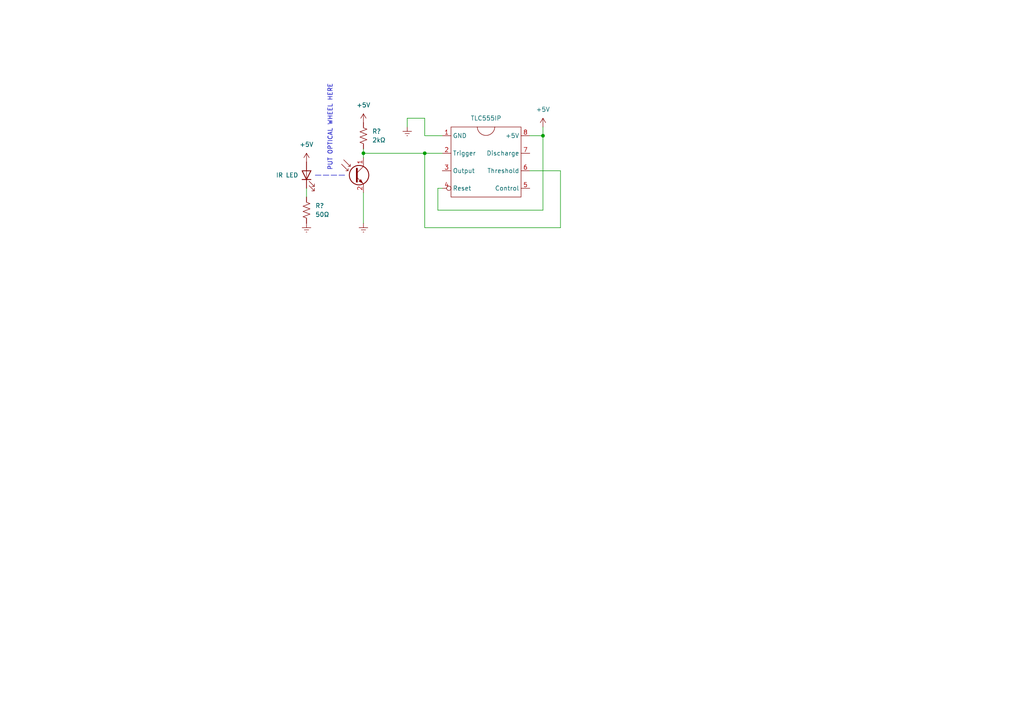
<source format=kicad_sch>
(kicad_sch (version 20211123) (generator eeschema)
  (paper "A4")
  (lib_symbols
    (symbol "Device:LED" (pin_numbers hide) (pin_names (offset 1.016) hide)
      (property "Reference" "D" (at 0 2.54 0))
      (property "Value" "LED" (at 0 -2.54 0))
      (symbol "LED_0_1"
        (polyline (pts (xy -1.27 -1.27) (xy -1.27 1.27)) (stroke (width 0.254)))
        (polyline (pts (xy -1.27 0) (xy 1.27 0)))
        (polyline (pts (xy 1.27 -1.27) (xy 1.27 1.27) (xy -1.27 0) (xy 1.27 -1.27)) (stroke (width 0.254)))
        (polyline (pts (xy -3.048 -0.762) (xy -4.572 -2.286) (xy -3.81 -2.286) (xy -4.572 -2.286) (xy -4.572 -1.524)))
        (polyline (pts (xy -1.778 -0.762) (xy -3.302 -2.286) (xy -2.54 -2.286) (xy -3.302 -2.286) (xy -3.302 -1.524)))
      )
      (symbol "LED_1_1"
        (pin passive line (at -3.81 0 0) (length 2.54) (name "K") (number "1"))
        (pin passive line (at 3.81 0 180) (length 2.54) (name "A") (number "2"))
      )
    )
    (symbol "Device:Q_Photo_NPN" (pin_names (offset 0) hide)
      (property "Reference" "Q" (at 5.08 1.27 0))
      (property "Value" "Q_Photo_NPN" (at 5.08 -1.27 0))
      (symbol "Q_Photo_NPN_0_1"
        (polyline (pts (xy -1.905 1.27) (xy -2.54 1.27)))
        (polyline (pts (xy -1.27 2.54) (xy -1.905 2.54)))
        (polyline (pts (xy 0.635 0.635) (xy 2.54 2.54)))
        (polyline (pts (xy -3.81 3.175) (xy -1.905 1.27) (xy -1.905 1.905)))
        (polyline (pts (xy -3.175 4.445) (xy -1.27 2.54) (xy -1.27 3.175)))
        (polyline (pts (xy 0.635 -0.635) (xy 2.54 -2.54) (xy 2.54 -2.54)))
        (polyline (pts (xy 0.635 1.905) (xy 0.635 -1.905) (xy 0.635 -1.905)) (stroke (width 0.508)))
        (polyline (pts (xy 1.27 -1.778) (xy 1.778 -1.27) (xy 2.286 -2.286) (xy 1.27 -1.778) (xy 1.27 -1.778)) (fill (type outline)))
        (circle (center 1.27 0) (radius 2.8194) (stroke (width 0.254)))
      )
      (symbol "Q_Photo_NPN_1_1"
        (pin passive line (at 2.54 5.08 270) (length 2.54) (name "C") (number "1"))
        (pin passive line (at 2.54 -5.08 90) (length 2.54) (name "E") (number "2"))
      )
    )
    (symbol "Device:R_US" (pin_numbers hide) (pin_names (offset 0))
      (property "Reference" "R" (at 2.54 0 90))
      (property "Value" "R_US" (at -2.54 0 90))
      (symbol "R_US_0_1"
        (polyline (pts (xy 0 -2.286) (xy 0 -2.54)))
        (polyline (pts (xy 0 2.286) (xy 0 2.54)))
        (polyline (pts (xy 0 -0.762) (xy 1.016 -1.143) (xy 0 -1.524) (xy -1.016 -1.905) (xy 0 -2.286)))
        (polyline (pts (xy 0 0.762) (xy 1.016 0.381) (xy 0 0) (xy -1.016 -0.381) (xy 0 -0.762)))
        (polyline (pts (xy 0 2.286) (xy 1.016 1.905) (xy 0 1.524) (xy -1.016 1.143) (xy 0 0.762)))
      )
      (symbol "R_US_1_1"
        (pin passive line (at 0 3.81 270) (length 1.27) (name "~") (number "1"))
        (pin passive line (at 0 -3.81 90) (length 1.27) (name "~") (number "2"))
      )
    )
    (symbol "EGR_270:TLC555IP"
      (property "Reference" "U" (at 0 -8.89 0))
      (property "Value" "TLC555IP" (at 0 0 90))
      (symbol "TLC555IP_0_1"
        (rectangle (start -10.16 10.16) (end 10.16 -10.16))
        (arc (start -2.54 10.16) (mid 0 7.7112) (end 2.54 10.16))
      )
      (symbol "TLC555IP_1_1"
        (pin power_out line (at -12.7 7.62 0) (length 2.54) (name "GND") (number "1"))
        (pin input line (at -12.7 2.54 0) (length 2.54) (name "Trigger") (number "2"))
        (pin output line (at -12.7 -2.54 0) (length 2.54) (name "Output") (number "3"))
        (pin input inverted (at -12.7 -7.62 0) (length 2.54) (name "Reset") (number "4"))
        (pin input line (at 12.7 -7.62 180) (length 2.54) (name "Control") (number "5"))
        (pin input line (at 12.7 -2.54 180) (length 2.54) (name "Threshold") (number "6"))
        (pin input line (at 12.7 2.54 180) (length 2.54) (name "Discharge") (number "7"))
        (pin power_in line (at 12.7 7.62 180) (length 2.54) (name "+5V") (number "8"))
      )
    )
    (symbol "power:+5V" (power) (pin_names (offset 0))
      (property "Value" "+5V" (at 0 3.556 0))
      (symbol "+5V_0_1"
        (polyline (pts (xy -0.762 1.27) (xy 0 2.54)))
        (polyline (pts (xy 0 0) (xy 0 2.54)))
        (polyline (pts (xy 0 2.54) (xy 0.762 1.27)))
      )
      (symbol "+5V_1_1"
        (pin power_in line (at 0 0 90) (length 0) hide (name "+5V") (number "1"))
      )
    )
    (symbol "power:Earth" (power) (pin_names (offset 0))
      (symbol "Earth_0_1"
        (polyline (pts (xy -0.635 -1.905) (xy 0.635 -1.905)))
        (polyline (pts (xy -0.127 -2.54) (xy 0.127 -2.54)))
        (polyline (pts (xy 0 -1.27) (xy 0 0)))
        (polyline (pts (xy 1.27 -1.27) (xy -1.27 -1.27)))
      )
      (symbol "Earth_1_1"
        (pin power_in line (at 0 0 270) (length 0) hide (name "Earth") (number "1"))
      )
    )
  )
  (junction (at 157.48 39.37))
  (junction (at 123.19 44.45))
  (junction (at 105.41 44.45))
  (wire (pts (xy 123.19 44.45) (xy 123.19 66.04)))
  (wire (pts (xy 105.41 43.18) (xy 105.41 44.45)))
  (wire (pts (xy 88.9 54.61) (xy 88.9 57.15)))
  (wire (pts (xy 127 54.61) (xy 127 60.96)))
  (wire (pts (xy 157.48 60.96) (xy 157.48 39.37)))
  (wire (pts (xy 118.11 34.29) (xy 118.11 36.83)))
  (wire (pts (xy 123.19 39.37) (xy 123.19 34.29)))
  (wire (pts (xy 105.41 44.45) (xy 123.19 44.45)))
  (wire (pts (xy 105.41 44.45) (xy 105.41 45.72)))
  (wire (pts (xy 157.48 39.37) (xy 157.48 36.83)))
  (wire (pts (xy 123.19 44.45) (xy 128.27 44.45)))
  (wire (pts (xy 162.56 49.53) (xy 153.67 49.53)))
  (wire (pts (xy 105.41 64.77) (xy 105.41 55.88)))
  (wire (pts (xy 123.19 66.04) (xy 162.56 66.04)))
  (wire (pts (xy 128.27 54.61) (xy 127 54.61)))
  (wire (pts (xy 162.56 66.04) (xy 162.56 49.53)))
  (wire (pts (xy 153.67 39.37) (xy 157.48 39.37)))
  (polyline (pts (xy 91.44 50.8) (xy 100.33 50.8)))
  (wire (pts (xy 128.27 39.37) (xy 123.19 39.37)))
  (wire (pts (xy 127 60.96) (xy 157.48 60.96)))
  (wire (pts (xy 123.19 34.29) (xy 118.11 34.29)))
  (text "PUT OPTICAL WHEEL HERE" (at 96.52 49.53 90) (effects (font (size 1.27 1.27)) (justify left bottom)))
  (symbol (lib_id "power:Earth") (at 105.41 64.77 0) (unit 1)
    (property "Reference" "#PWR?" (effects hide))
    (property "Value" "Earth" (effects hide))
  )
  (symbol (lib_id "power:Earth") (at 118.11 36.83 0) (unit 1)
    (property "Reference" "#PWR?" (effects hide))
    (property "Value" "Earth" (effects hide))
  )
  (symbol (lib_id "power:+5V") (at 105.41 35.56 0) (unit 1)
    (property "Reference" "#PWR?" (effects hide))
    (property "Value" "+5V" (at 105.41 30.48 0))
  )
  (symbol (lib_id "power:+5V") (at 157.48 36.83 0) (unit 1)
    (property "Reference" "#PWR?" (effects hide))
    (property "Value" "+5V" (at 157.48 31.75 0))
  )
  (symbol (lib_id "Device:LED") (at 88.9 50.8 90) (unit 1)
    (property "Reference" "D?" (effects hide))
    (property "Value" "IR LED" (at 80.01 50.8 90) (effects (justify right)))
  )
  (symbol (lib_id "power:Earth") (at 88.9 64.77 0) (unit 1)
    (property "Reference" "#PWR?" (effects hide))
    (property "Value" "Earth" (effects hide))
  )
  (symbol (lib_id "Device:R_US") (at 88.9 60.96 0) (unit 1)
    (property "Reference" "R?" (at 91.44 59.6899 0) (effects (justify left)))
    (property "Value" "50Ω" (at 91.44 62.2299 0) (effects (justify left)))
  )
  (symbol (lib_id "power:+5V") (at 88.9 46.99 0) (unit 1)
    (property "Reference" "#PWR?" (effects hide))
    (property "Value" "+5V" (at 88.9 41.91 0))
  )
  (symbol (lib_id "Device:R_US") (at 105.41 39.37 0) (unit 1)
    (property "Reference" "R?" (at 107.95 38.0999 0) (effects (justify left)))
    (property "Value" "2kΩ" (at 107.95 40.6399 0) (effects (justify left)))
  )
  (symbol (lib_id "EGR_270:TLC555IP") (at 140.97 46.99 0) (unit 1)
    (property "Reference" "U?" (effects hide))
    (property "Value" "TLC555IP" (at 140.97 34.29 0))
  )
  (symbol (lib_id "Device:Q_Photo_NPN") (at 102.87 50.8 0) (unit 1)
    (property "Reference" "Q?" (effects hide))
    (property "Value" "Q_Photo_NPN" (effects hide))
  )
)
</source>
